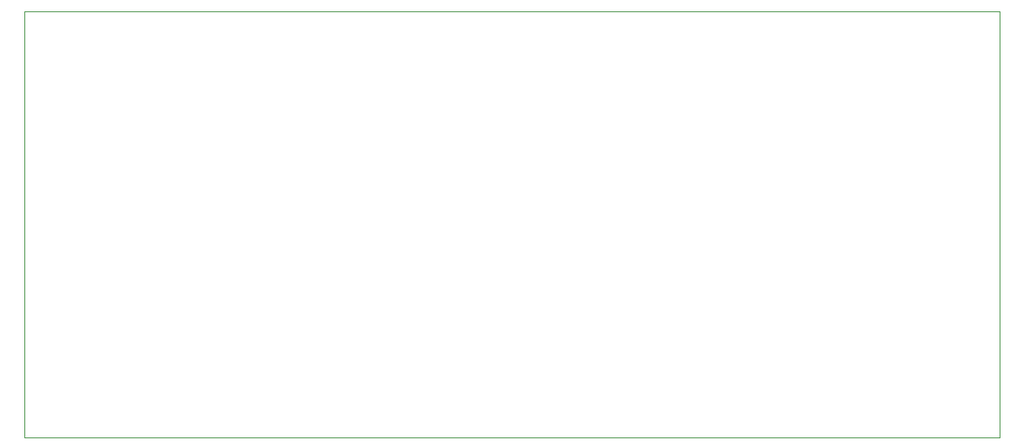
<source format=gm1>
G04 #@! TF.GenerationSoftware,KiCad,Pcbnew,5.1.6-c6e7f7d~87~ubuntu19.10.1*
G04 #@! TF.CreationDate,2021-08-02T21:19:55-04:00*
G04 #@! TF.ProjectId,upconverter,7570636f-6e76-4657-9274-65722e6b6963,rev?*
G04 #@! TF.SameCoordinates,Original*
G04 #@! TF.FileFunction,Profile,NP*
%FSLAX46Y46*%
G04 Gerber Fmt 4.6, Leading zero omitted, Abs format (unit mm)*
G04 Created by KiCad (PCBNEW 5.1.6-c6e7f7d~87~ubuntu19.10.1) date 2021-08-02 21:19:55*
%MOMM*%
%LPD*%
G01*
G04 APERTURE LIST*
G04 #@! TA.AperFunction,Profile*
%ADD10C,0.050000*%
G04 #@! TD*
G04 APERTURE END LIST*
D10*
X41529000Y-63119000D02*
X41529000Y-107569000D01*
X41529000Y-107569000D02*
X143129000Y-107569000D01*
X143129000Y-63119000D02*
X143129000Y-107569000D01*
X41529000Y-63119000D02*
X143129000Y-63119000D01*
M02*

</source>
